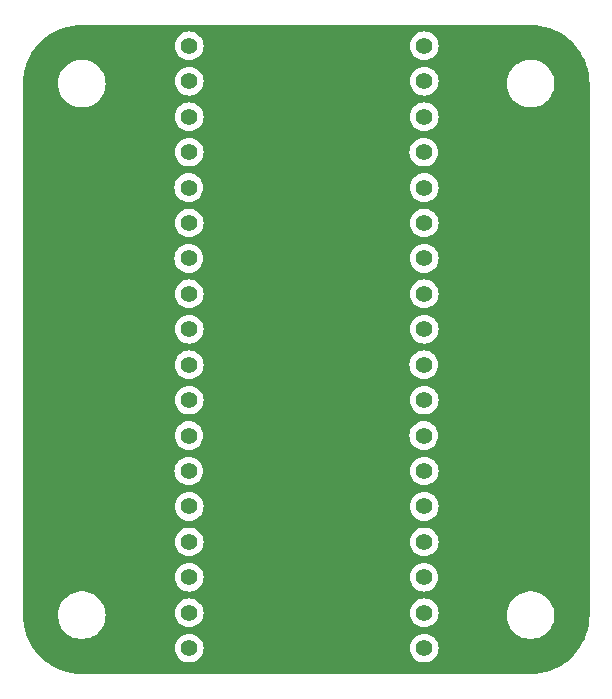
<source format=gbr>
%TF.GenerationSoftware,KiCad,Pcbnew,7.0.2-6a45011f42~172~ubuntu22.04.1*%
%TF.CreationDate,2023-05-08T11:52:49+01:00*%
%TF.ProjectId,bridge,62726964-6765-42e6-9b69-6361645f7063,rev?*%
%TF.SameCoordinates,Original*%
%TF.FileFunction,Copper,L2,Inr*%
%TF.FilePolarity,Positive*%
%FSLAX46Y46*%
G04 Gerber Fmt 4.6, Leading zero omitted, Abs format (unit mm)*
G04 Created by KiCad (PCBNEW 7.0.2-6a45011f42~172~ubuntu22.04.1) date 2023-05-08 11:52:49*
%MOMM*%
%LPD*%
G01*
G04 APERTURE LIST*
%TA.AperFunction,ComponentPad*%
%ADD10C,1.400000*%
%TD*%
G04 APERTURE END LIST*
D10*
%TO.N,Net-(J1-Pad4)*%
%TO.C,TP15*%
X120000000Y-106794974D03*
%TD*%
%TO.N,Net-(J2-Pad1)*%
%TO.C,TP19*%
X100100001Y-64794974D03*
%TD*%
%TO.N,Net-(J1-Pad7)*%
%TO.C,TP12*%
X119950000Y-97794974D03*
%TD*%
%TO.N,Net-(J1-Pad12)*%
%TO.C,TP7*%
X120000000Y-82794974D03*
%TD*%
%TO.N,Net-(J2-Pad13)*%
%TO.C,TP31*%
X100050001Y-100794974D03*
%TD*%
%TO.N,Net-(J1-Pad9)*%
%TO.C,TP10*%
X119950000Y-91794974D03*
%TD*%
%TO.N,Net-(J2-Pad17)*%
%TO.C,TP35*%
X100100001Y-112794974D03*
%TD*%
%TO.N,Net-(J1-Pad8)*%
%TO.C,TP11*%
X120000000Y-94794974D03*
%TD*%
%TO.N,Net-(J2-Pad15)*%
%TO.C,TP33*%
X100100001Y-106794974D03*
%TD*%
%TO.N,Net-(J1-Pad14)*%
%TO.C,TP5*%
X120000000Y-76794974D03*
%TD*%
%TO.N,Net-(J1-Pad6)*%
%TO.C,TP13*%
X120000000Y-100794974D03*
%TD*%
%TO.N,Net-(J2-Pad10)*%
%TO.C,TP28*%
X100100001Y-91794974D03*
%TD*%
%TO.N,Net-(J1-Pad3)*%
%TO.C,TP16*%
X119975000Y-109794974D03*
%TD*%
%TO.N,Net-(J1-Pad18)*%
%TO.C,TP1*%
X120000000Y-64794974D03*
%TD*%
%TO.N,Net-(J2-Pad2)*%
%TO.C,TP20*%
X100100001Y-67794974D03*
%TD*%
%TO.N,Net-(J2-Pad8)*%
%TO.C,TP26*%
X100100001Y-85794974D03*
%TD*%
%TO.N,Net-(J2-Pad7)*%
%TO.C,TP25*%
X100050001Y-82794974D03*
%TD*%
%TO.N,Net-(J1-Pad15)*%
%TO.C,TP4*%
X119950000Y-73794974D03*
%TD*%
%TO.N,Net-(J2-Pad16)*%
%TO.C,TP34*%
X100100001Y-109794974D03*
%TD*%
%TO.N,Net-(J2-Pad12)*%
%TO.C,TP30*%
X100075001Y-97794974D03*
%TD*%
%TO.N,Net-(J1-Pad1)*%
%TO.C,TP18*%
X120000000Y-115794974D03*
%TD*%
%TO.N,Net-(J2-Pad5)*%
%TO.C,TP23*%
X100050001Y-76794974D03*
%TD*%
%TO.N,Net-(J1-Pad11)*%
%TO.C,TP8*%
X120000000Y-85794974D03*
%TD*%
%TO.N,Net-(J1-Pad5)*%
%TO.C,TP14*%
X120000000Y-103794974D03*
%TD*%
%TO.N,Net-(J2-Pad18)*%
%TO.C,TP36*%
X100100001Y-115794974D03*
%TD*%
%TO.N,Net-(J1-Pad17)*%
%TO.C,TP2*%
X120000000Y-67794974D03*
%TD*%
%TO.N,Net-(J1-Pad13)*%
%TO.C,TP6*%
X120000000Y-79794974D03*
%TD*%
%TO.N,Net-(J2-Pad4)*%
%TO.C,TP22*%
X100100001Y-73794974D03*
%TD*%
%TO.N,Net-(J2-Pad14)*%
%TO.C,TP32*%
X100100001Y-103794974D03*
%TD*%
%TO.N,Net-(J2-Pad11)*%
%TO.C,TP29*%
X100100001Y-94794974D03*
%TD*%
%TO.N,Net-(J2-Pad3)*%
%TO.C,TP21*%
X100100001Y-70794974D03*
%TD*%
%TO.N,Net-(J2-Pad6)*%
%TO.C,TP24*%
X100100001Y-79794974D03*
%TD*%
%TO.N,Net-(J2-Pad9)*%
%TO.C,TP27*%
X100100001Y-88794974D03*
%TD*%
%TO.N,Net-(J1-Pad2)*%
%TO.C,TP17*%
X120000000Y-112794974D03*
%TD*%
%TO.N,Net-(J1-Pad10)*%
%TO.C,TP9*%
X120000000Y-88794974D03*
%TD*%
%TO.N,Net-(J1-Pad16)*%
%TO.C,TP3*%
X120000000Y-70794974D03*
%TD*%
%TA.AperFunction,NonConductor*%
G36*
X129002611Y-63010608D02*
G01*
X129406838Y-63027327D01*
X129417187Y-63028184D01*
X129816076Y-63077905D01*
X129826340Y-63079618D01*
X130219758Y-63162109D01*
X130229821Y-63164657D01*
X130615115Y-63279364D01*
X130624939Y-63282737D01*
X130999400Y-63428853D01*
X131008937Y-63433036D01*
X131370052Y-63609574D01*
X131379210Y-63614530D01*
X131724522Y-63820291D01*
X131733233Y-63825982D01*
X131788827Y-63865675D01*
X132060377Y-64059558D01*
X132068595Y-64065955D01*
X132375323Y-64325741D01*
X132382984Y-64332794D01*
X132667205Y-64617015D01*
X132674258Y-64624676D01*
X132934044Y-64931404D01*
X132940441Y-64939622D01*
X133174012Y-65266758D01*
X133179708Y-65275477D01*
X133385469Y-65620789D01*
X133390425Y-65629947D01*
X133566963Y-65991062D01*
X133571146Y-66000599D01*
X133717257Y-66375048D01*
X133720639Y-66384897D01*
X133835338Y-66770162D01*
X133837894Y-66780258D01*
X133920380Y-67173655D01*
X133922094Y-67183927D01*
X133971813Y-67582797D01*
X133972673Y-67593175D01*
X133989391Y-67997388D01*
X133989499Y-68002595D01*
X133989500Y-112996588D01*
X133989500Y-112997404D01*
X133989392Y-113002611D01*
X133972673Y-113406823D01*
X133971813Y-113417201D01*
X133922094Y-113816072D01*
X133920380Y-113826344D01*
X133837894Y-114219741D01*
X133835338Y-114229837D01*
X133720639Y-114615102D01*
X133717257Y-114624951D01*
X133571146Y-114999400D01*
X133566963Y-115008937D01*
X133390425Y-115370052D01*
X133385469Y-115379210D01*
X133179708Y-115724522D01*
X133174012Y-115733241D01*
X132940441Y-116060377D01*
X132934044Y-116068595D01*
X132674258Y-116375323D01*
X132667205Y-116382984D01*
X132382984Y-116667205D01*
X132375323Y-116674258D01*
X132068595Y-116934044D01*
X132060377Y-116940441D01*
X131733241Y-117174012D01*
X131724522Y-117179708D01*
X131379210Y-117385469D01*
X131370052Y-117390425D01*
X131008937Y-117566963D01*
X130999400Y-117571146D01*
X130624951Y-117717257D01*
X130615102Y-117720639D01*
X130229837Y-117835338D01*
X130219741Y-117837894D01*
X129826344Y-117920380D01*
X129816072Y-117922094D01*
X129417201Y-117971813D01*
X129406823Y-117972673D01*
X129002611Y-117989392D01*
X128997404Y-117989500D01*
X91002596Y-117989500D01*
X90997389Y-117989392D01*
X90593176Y-117972673D01*
X90582798Y-117971813D01*
X90183927Y-117922094D01*
X90173655Y-117920380D01*
X89780258Y-117837894D01*
X89770162Y-117835338D01*
X89384897Y-117720639D01*
X89375048Y-117717257D01*
X89000599Y-117571146D01*
X88991062Y-117566963D01*
X88629947Y-117390425D01*
X88620789Y-117385469D01*
X88275477Y-117179708D01*
X88266758Y-117174012D01*
X87939622Y-116940441D01*
X87931404Y-116934044D01*
X87624676Y-116674258D01*
X87617015Y-116667205D01*
X87332794Y-116382984D01*
X87325741Y-116375323D01*
X87065955Y-116068595D01*
X87059558Y-116060377D01*
X86870064Y-115794974D01*
X98886885Y-115794974D01*
X98905315Y-116005629D01*
X98960044Y-116209883D01*
X99049412Y-116401533D01*
X99170702Y-116574753D01*
X99320221Y-116724272D01*
X99493441Y-116845562D01*
X99493442Y-116845562D01*
X99493443Y-116845563D01*
X99685091Y-116934930D01*
X99889346Y-116989660D01*
X100100001Y-117008090D01*
X100310656Y-116989660D01*
X100514911Y-116934930D01*
X100706559Y-116845563D01*
X100879777Y-116724275D01*
X101029302Y-116574750D01*
X101150590Y-116401532D01*
X101239957Y-116209884D01*
X101294687Y-116005629D01*
X101313117Y-115794974D01*
X118786884Y-115794974D01*
X118805314Y-116005629D01*
X118860043Y-116209883D01*
X118949411Y-116401533D01*
X119070701Y-116574753D01*
X119220220Y-116724272D01*
X119393440Y-116845562D01*
X119393441Y-116845562D01*
X119393442Y-116845563D01*
X119585090Y-116934930D01*
X119789345Y-116989660D01*
X120000000Y-117008090D01*
X120210655Y-116989660D01*
X120414910Y-116934930D01*
X120606558Y-116845563D01*
X120779776Y-116724275D01*
X120929301Y-116574750D01*
X121050589Y-116401532D01*
X121139956Y-116209884D01*
X121194686Y-116005629D01*
X121213116Y-115794974D01*
X121194686Y-115584319D01*
X121139956Y-115380064D01*
X121050589Y-115188416D01*
X120929301Y-115015198D01*
X120929300Y-115015197D01*
X120929298Y-115015194D01*
X120779779Y-114865675D01*
X120606559Y-114744385D01*
X120414909Y-114655017D01*
X120210655Y-114600288D01*
X120000000Y-114581858D01*
X119789344Y-114600288D01*
X119585090Y-114655017D01*
X119393440Y-114744385D01*
X119220220Y-114865675D01*
X119070701Y-115015194D01*
X118949411Y-115188414D01*
X118860043Y-115380064D01*
X118805314Y-115584318D01*
X118786884Y-115794974D01*
X101313117Y-115794974D01*
X101294687Y-115584319D01*
X101239957Y-115380064D01*
X101150590Y-115188416D01*
X101029302Y-115015198D01*
X101029301Y-115015197D01*
X101029299Y-115015194D01*
X100879780Y-114865675D01*
X100706560Y-114744385D01*
X100514910Y-114655017D01*
X100310656Y-114600288D01*
X100100001Y-114581858D01*
X99889345Y-114600288D01*
X99685091Y-114655017D01*
X99493441Y-114744385D01*
X99320221Y-114865675D01*
X99170702Y-115015194D01*
X99049412Y-115188414D01*
X98960044Y-115380064D01*
X98905315Y-115584318D01*
X98886885Y-115794974D01*
X86870064Y-115794974D01*
X86825987Y-115733241D01*
X86820291Y-115724522D01*
X86614530Y-115379210D01*
X86609574Y-115370052D01*
X86433036Y-115008937D01*
X86428853Y-114999400D01*
X86376673Y-114865675D01*
X86282737Y-114624939D01*
X86279364Y-114615115D01*
X86164657Y-114229821D01*
X86162109Y-114219758D01*
X86079618Y-113826340D01*
X86077905Y-113816072D01*
X86066462Y-113724272D01*
X86028184Y-113417187D01*
X86027327Y-113406838D01*
X86010608Y-113002611D01*
X86010554Y-113000000D01*
X88984802Y-113000000D01*
X88985096Y-113004298D01*
X88998977Y-113207236D01*
X89003572Y-113274403D01*
X89004446Y-113278613D01*
X89004447Y-113278614D01*
X89029990Y-113401532D01*
X89059531Y-113543694D01*
X89060967Y-113547736D01*
X89060969Y-113547741D01*
X89150198Y-113798807D01*
X89150201Y-113798814D01*
X89151638Y-113802857D01*
X89153612Y-113806668D01*
X89153614Y-113806671D01*
X89276193Y-114043239D01*
X89276196Y-114043244D01*
X89278176Y-114047065D01*
X89280661Y-114050585D01*
X89280662Y-114050587D01*
X89434304Y-114268249D01*
X89434309Y-114268255D01*
X89436788Y-114271767D01*
X89624520Y-114472779D01*
X89837875Y-114646356D01*
X90072878Y-114789265D01*
X90076817Y-114790976D01*
X90076821Y-114790978D01*
X90119954Y-114809713D01*
X90325151Y-114898842D01*
X90329291Y-114900002D01*
X90329294Y-114900003D01*
X90518620Y-114953049D01*
X90589996Y-114973048D01*
X90862478Y-115010500D01*
X90866783Y-115010500D01*
X91133217Y-115010500D01*
X91137522Y-115010500D01*
X91410004Y-114973048D01*
X91674849Y-114898842D01*
X91927122Y-114789265D01*
X92162125Y-114646356D01*
X92375480Y-114472779D01*
X92563212Y-114271767D01*
X92721824Y-114047065D01*
X92848362Y-113802857D01*
X92940469Y-113543694D01*
X92996428Y-113274403D01*
X93015198Y-113000000D01*
X93001174Y-112794973D01*
X98886885Y-112794973D01*
X98905315Y-113005629D01*
X98960044Y-113209883D01*
X99049412Y-113401533D01*
X99170702Y-113574753D01*
X99320221Y-113724272D01*
X99493441Y-113845562D01*
X99493442Y-113845562D01*
X99493443Y-113845563D01*
X99685091Y-113934930D01*
X99889346Y-113989660D01*
X100100001Y-114008090D01*
X100310656Y-113989660D01*
X100514911Y-113934930D01*
X100706559Y-113845563D01*
X100879777Y-113724275D01*
X101029302Y-113574750D01*
X101150590Y-113401532D01*
X101239957Y-113209884D01*
X101294687Y-113005629D01*
X101313117Y-112794974D01*
X118786884Y-112794974D01*
X118805314Y-113005629D01*
X118860043Y-113209883D01*
X118949411Y-113401533D01*
X119070701Y-113574753D01*
X119220220Y-113724272D01*
X119393440Y-113845562D01*
X119393441Y-113845562D01*
X119393442Y-113845563D01*
X119585090Y-113934930D01*
X119789345Y-113989660D01*
X120000000Y-114008090D01*
X120210655Y-113989660D01*
X120414910Y-113934930D01*
X120606558Y-113845563D01*
X120779776Y-113724275D01*
X120929301Y-113574750D01*
X121050589Y-113401532D01*
X121139956Y-113209884D01*
X121194686Y-113005629D01*
X121195178Y-113000000D01*
X126984802Y-113000000D01*
X126985096Y-113004298D01*
X126998977Y-113207236D01*
X127003572Y-113274403D01*
X127004446Y-113278613D01*
X127004447Y-113278614D01*
X127029990Y-113401532D01*
X127059531Y-113543694D01*
X127060967Y-113547736D01*
X127060969Y-113547741D01*
X127150198Y-113798807D01*
X127150201Y-113798814D01*
X127151638Y-113802857D01*
X127153612Y-113806668D01*
X127153614Y-113806671D01*
X127276193Y-114043239D01*
X127276196Y-114043244D01*
X127278176Y-114047065D01*
X127280661Y-114050585D01*
X127280662Y-114050587D01*
X127434304Y-114268249D01*
X127434309Y-114268255D01*
X127436788Y-114271767D01*
X127624520Y-114472779D01*
X127837875Y-114646356D01*
X128072878Y-114789265D01*
X128076817Y-114790976D01*
X128076821Y-114790978D01*
X128119954Y-114809713D01*
X128325151Y-114898842D01*
X128329291Y-114900002D01*
X128329294Y-114900003D01*
X128518620Y-114953049D01*
X128589996Y-114973048D01*
X128862478Y-115010500D01*
X128866783Y-115010500D01*
X129133217Y-115010500D01*
X129137522Y-115010500D01*
X129410004Y-114973048D01*
X129674849Y-114898842D01*
X129927122Y-114789265D01*
X130162125Y-114646356D01*
X130375480Y-114472779D01*
X130563212Y-114271767D01*
X130721824Y-114047065D01*
X130848362Y-113802857D01*
X130940469Y-113543694D01*
X130996428Y-113274403D01*
X131015198Y-113000000D01*
X130996428Y-112725597D01*
X130940469Y-112456306D01*
X130848362Y-112197143D01*
X130721824Y-111952935D01*
X130660228Y-111865673D01*
X130565695Y-111731750D01*
X130565691Y-111731746D01*
X130563212Y-111728233D01*
X130375480Y-111527221D01*
X130162125Y-111353644D01*
X129927122Y-111210735D01*
X129923188Y-111209026D01*
X129923178Y-111209021D01*
X129678796Y-111102872D01*
X129678790Y-111102870D01*
X129674849Y-111101158D01*
X129670717Y-111100000D01*
X129670705Y-111099996D01*
X129414150Y-111028113D01*
X129414140Y-111028111D01*
X129410004Y-111026952D01*
X129405743Y-111026366D01*
X129405732Y-111026364D01*
X129141790Y-110990086D01*
X129141780Y-110990085D01*
X129137522Y-110989500D01*
X128862478Y-110989500D01*
X128858220Y-110990085D01*
X128858209Y-110990086D01*
X128594267Y-111026364D01*
X128594253Y-111026366D01*
X128589996Y-111026952D01*
X128585861Y-111028110D01*
X128585849Y-111028113D01*
X128329294Y-111099996D01*
X128329278Y-111100001D01*
X128325151Y-111101158D01*
X128321213Y-111102868D01*
X128321203Y-111102872D01*
X128076821Y-111209021D01*
X128076805Y-111209029D01*
X128072878Y-111210735D01*
X128069211Y-111212964D01*
X128069205Y-111212968D01*
X127841548Y-111351410D01*
X127841543Y-111351412D01*
X127837875Y-111353644D01*
X127834548Y-111356350D01*
X127834539Y-111356357D01*
X127627856Y-111524506D01*
X127627847Y-111524513D01*
X127624520Y-111527221D01*
X127621588Y-111530359D01*
X127621583Y-111530365D01*
X127439727Y-111725085D01*
X127439720Y-111725093D01*
X127436788Y-111728233D01*
X127434314Y-111731736D01*
X127434304Y-111731750D01*
X127280662Y-111949412D01*
X127280656Y-111949420D01*
X127278176Y-111952935D01*
X127276200Y-111956748D01*
X127276193Y-111956760D01*
X127153614Y-112193328D01*
X127153610Y-112193337D01*
X127151638Y-112197143D01*
X127150203Y-112201179D01*
X127150198Y-112201192D01*
X127060969Y-112452258D01*
X127060966Y-112452266D01*
X127059531Y-112456306D01*
X127058657Y-112460508D01*
X127058657Y-112460511D01*
X127005387Y-112716865D01*
X127003572Y-112725597D01*
X126984802Y-113000000D01*
X121195178Y-113000000D01*
X121213116Y-112794974D01*
X121194686Y-112584319D01*
X121139956Y-112380064D01*
X121050589Y-112188416D01*
X121040167Y-112173532D01*
X120929298Y-112015194D01*
X120779779Y-111865675D01*
X120606559Y-111744385D01*
X120414909Y-111655017D01*
X120210655Y-111600288D01*
X120000000Y-111581858D01*
X119789344Y-111600288D01*
X119585090Y-111655017D01*
X119393440Y-111744385D01*
X119220220Y-111865675D01*
X119070701Y-112015194D01*
X118949411Y-112188414D01*
X118860043Y-112380064D01*
X118805314Y-112584318D01*
X118786884Y-112794974D01*
X101313117Y-112794974D01*
X101294687Y-112584319D01*
X101239957Y-112380064D01*
X101150590Y-112188416D01*
X101140168Y-112173532D01*
X101029299Y-112015194D01*
X100879780Y-111865675D01*
X100706560Y-111744385D01*
X100514910Y-111655017D01*
X100310656Y-111600288D01*
X100100001Y-111581858D01*
X99889345Y-111600288D01*
X99685091Y-111655017D01*
X99493441Y-111744385D01*
X99320221Y-111865675D01*
X99170702Y-112015194D01*
X99049412Y-112188414D01*
X98960044Y-112380064D01*
X98905315Y-112584318D01*
X98886885Y-112794973D01*
X93001174Y-112794973D01*
X92996428Y-112725597D01*
X92940469Y-112456306D01*
X92848362Y-112197143D01*
X92721824Y-111952935D01*
X92660228Y-111865673D01*
X92565695Y-111731750D01*
X92565691Y-111731746D01*
X92563212Y-111728233D01*
X92375480Y-111527221D01*
X92162125Y-111353644D01*
X91927122Y-111210735D01*
X91923188Y-111209026D01*
X91923178Y-111209021D01*
X91678796Y-111102872D01*
X91678790Y-111102870D01*
X91674849Y-111101158D01*
X91670717Y-111100000D01*
X91670705Y-111099996D01*
X91414150Y-111028113D01*
X91414140Y-111028111D01*
X91410004Y-111026952D01*
X91405743Y-111026366D01*
X91405732Y-111026364D01*
X91141790Y-110990086D01*
X91141780Y-110990085D01*
X91137522Y-110989500D01*
X90862478Y-110989500D01*
X90858220Y-110990085D01*
X90858209Y-110990086D01*
X90594267Y-111026364D01*
X90594253Y-111026366D01*
X90589996Y-111026952D01*
X90585861Y-111028110D01*
X90585849Y-111028113D01*
X90329294Y-111099996D01*
X90329278Y-111100001D01*
X90325151Y-111101158D01*
X90321213Y-111102868D01*
X90321203Y-111102872D01*
X90076821Y-111209021D01*
X90076805Y-111209029D01*
X90072878Y-111210735D01*
X90069211Y-111212964D01*
X90069205Y-111212968D01*
X89841548Y-111351410D01*
X89841543Y-111351412D01*
X89837875Y-111353644D01*
X89834548Y-111356350D01*
X89834539Y-111356357D01*
X89627856Y-111524506D01*
X89627847Y-111524513D01*
X89624520Y-111527221D01*
X89621588Y-111530359D01*
X89621583Y-111530365D01*
X89439727Y-111725085D01*
X89439720Y-111725093D01*
X89436788Y-111728233D01*
X89434314Y-111731736D01*
X89434304Y-111731750D01*
X89280662Y-111949412D01*
X89280656Y-111949420D01*
X89278176Y-111952935D01*
X89276200Y-111956748D01*
X89276193Y-111956760D01*
X89153614Y-112193328D01*
X89153610Y-112193337D01*
X89151638Y-112197143D01*
X89150203Y-112201179D01*
X89150198Y-112201192D01*
X89060969Y-112452258D01*
X89060966Y-112452266D01*
X89059531Y-112456306D01*
X89058657Y-112460508D01*
X89058657Y-112460511D01*
X89005387Y-112716865D01*
X89003572Y-112725597D01*
X88984802Y-113000000D01*
X86010554Y-113000000D01*
X86010500Y-112997404D01*
X86010500Y-109794973D01*
X98886885Y-109794973D01*
X98905315Y-110005629D01*
X98960044Y-110209883D01*
X99049412Y-110401533D01*
X99170702Y-110574753D01*
X99320221Y-110724272D01*
X99493441Y-110845562D01*
X99493442Y-110845562D01*
X99493443Y-110845563D01*
X99685091Y-110934930D01*
X99889346Y-110989660D01*
X100100001Y-111008090D01*
X100310656Y-110989660D01*
X100514911Y-110934930D01*
X100706559Y-110845563D01*
X100879777Y-110724275D01*
X101029302Y-110574750D01*
X101150590Y-110401532D01*
X101239957Y-110209884D01*
X101294687Y-110005629D01*
X101313117Y-109794974D01*
X118761884Y-109794974D01*
X118780314Y-110005629D01*
X118835043Y-110209883D01*
X118924411Y-110401533D01*
X119045701Y-110574753D01*
X119195220Y-110724272D01*
X119368440Y-110845562D01*
X119368441Y-110845562D01*
X119368442Y-110845563D01*
X119560090Y-110934930D01*
X119764345Y-110989660D01*
X119975000Y-111008090D01*
X120185655Y-110989660D01*
X120389910Y-110934930D01*
X120581558Y-110845563D01*
X120754776Y-110724275D01*
X120904301Y-110574750D01*
X121025589Y-110401532D01*
X121114956Y-110209884D01*
X121169686Y-110005629D01*
X121188116Y-109794974D01*
X121169686Y-109584319D01*
X121114956Y-109380064D01*
X121025589Y-109188416D01*
X120904301Y-109015198D01*
X120904300Y-109015197D01*
X120904298Y-109015194D01*
X120754779Y-108865675D01*
X120581559Y-108744385D01*
X120389909Y-108655017D01*
X120185655Y-108600288D01*
X119975000Y-108581858D01*
X119764344Y-108600288D01*
X119560090Y-108655017D01*
X119368440Y-108744385D01*
X119195220Y-108865675D01*
X119045701Y-109015194D01*
X118924411Y-109188414D01*
X118835043Y-109380064D01*
X118780314Y-109584318D01*
X118761884Y-109794974D01*
X101313117Y-109794974D01*
X101294687Y-109584319D01*
X101239957Y-109380064D01*
X101150590Y-109188416D01*
X101029302Y-109015198D01*
X101029301Y-109015197D01*
X101029299Y-109015194D01*
X100879780Y-108865675D01*
X100706560Y-108744385D01*
X100514910Y-108655017D01*
X100310656Y-108600288D01*
X100100001Y-108581858D01*
X99889345Y-108600288D01*
X99685091Y-108655017D01*
X99493441Y-108744385D01*
X99320221Y-108865675D01*
X99170702Y-109015194D01*
X99049412Y-109188414D01*
X98960044Y-109380064D01*
X98905315Y-109584318D01*
X98886885Y-109794973D01*
X86010500Y-109794973D01*
X86010500Y-106794973D01*
X98886885Y-106794973D01*
X98905315Y-107005629D01*
X98960044Y-107209883D01*
X99049412Y-107401533D01*
X99170702Y-107574753D01*
X99320221Y-107724272D01*
X99493441Y-107845562D01*
X99493442Y-107845562D01*
X99493443Y-107845563D01*
X99685091Y-107934930D01*
X99889346Y-107989660D01*
X100100001Y-108008090D01*
X100310656Y-107989660D01*
X100514911Y-107934930D01*
X100706559Y-107845563D01*
X100879777Y-107724275D01*
X101029302Y-107574750D01*
X101150590Y-107401532D01*
X101239957Y-107209884D01*
X101294687Y-107005629D01*
X101313117Y-106794974D01*
X101313117Y-106794973D01*
X118786884Y-106794973D01*
X118805314Y-107005629D01*
X118860043Y-107209883D01*
X118949411Y-107401533D01*
X119070701Y-107574753D01*
X119220220Y-107724272D01*
X119393440Y-107845562D01*
X119393441Y-107845562D01*
X119393442Y-107845563D01*
X119585090Y-107934930D01*
X119789345Y-107989660D01*
X120000000Y-108008090D01*
X120210655Y-107989660D01*
X120414910Y-107934930D01*
X120606558Y-107845563D01*
X120779776Y-107724275D01*
X120929301Y-107574750D01*
X121050589Y-107401532D01*
X121139956Y-107209884D01*
X121194686Y-107005629D01*
X121213116Y-106794974D01*
X121194686Y-106584319D01*
X121139956Y-106380064D01*
X121050589Y-106188416D01*
X120929301Y-106015198D01*
X120929300Y-106015197D01*
X120929298Y-106015194D01*
X120779779Y-105865675D01*
X120606559Y-105744385D01*
X120414909Y-105655017D01*
X120210655Y-105600288D01*
X120000000Y-105581858D01*
X119789344Y-105600288D01*
X119585090Y-105655017D01*
X119393440Y-105744385D01*
X119220220Y-105865675D01*
X119070701Y-106015194D01*
X118949411Y-106188414D01*
X118860043Y-106380064D01*
X118805314Y-106584318D01*
X118786884Y-106794973D01*
X101313117Y-106794973D01*
X101294687Y-106584319D01*
X101239957Y-106380064D01*
X101150590Y-106188416D01*
X101029302Y-106015198D01*
X101029301Y-106015197D01*
X101029299Y-106015194D01*
X100879780Y-105865675D01*
X100706560Y-105744385D01*
X100514910Y-105655017D01*
X100310656Y-105600288D01*
X100100001Y-105581858D01*
X99889345Y-105600288D01*
X99685091Y-105655017D01*
X99493441Y-105744385D01*
X99320221Y-105865675D01*
X99170702Y-106015194D01*
X99049412Y-106188414D01*
X98960044Y-106380064D01*
X98905315Y-106584318D01*
X98886885Y-106794973D01*
X86010500Y-106794973D01*
X86010500Y-103794974D01*
X98886885Y-103794974D01*
X98905315Y-104005629D01*
X98960044Y-104209883D01*
X99049412Y-104401533D01*
X99170702Y-104574753D01*
X99320221Y-104724272D01*
X99493441Y-104845562D01*
X99493442Y-104845562D01*
X99493443Y-104845563D01*
X99685091Y-104934930D01*
X99889346Y-104989660D01*
X100100001Y-105008090D01*
X100310656Y-104989660D01*
X100514911Y-104934930D01*
X100706559Y-104845563D01*
X100879777Y-104724275D01*
X101029302Y-104574750D01*
X101150590Y-104401532D01*
X101239957Y-104209884D01*
X101294687Y-104005629D01*
X101313117Y-103794974D01*
X118786884Y-103794974D01*
X118805314Y-104005629D01*
X118860043Y-104209883D01*
X118949411Y-104401533D01*
X119070701Y-104574753D01*
X119220220Y-104724272D01*
X119393440Y-104845562D01*
X119393441Y-104845562D01*
X119393442Y-104845563D01*
X119585090Y-104934930D01*
X119789345Y-104989660D01*
X120000000Y-105008090D01*
X120210655Y-104989660D01*
X120414910Y-104934930D01*
X120606558Y-104845563D01*
X120779776Y-104724275D01*
X120929301Y-104574750D01*
X121050589Y-104401532D01*
X121139956Y-104209884D01*
X121194686Y-104005629D01*
X121213116Y-103794974D01*
X121194686Y-103584319D01*
X121139956Y-103380064D01*
X121050589Y-103188416D01*
X120929301Y-103015198D01*
X120929300Y-103015197D01*
X120929298Y-103015194D01*
X120779779Y-102865675D01*
X120606559Y-102744385D01*
X120414909Y-102655017D01*
X120210655Y-102600288D01*
X120000000Y-102581858D01*
X119789344Y-102600288D01*
X119585090Y-102655017D01*
X119393440Y-102744385D01*
X119220220Y-102865675D01*
X119070701Y-103015194D01*
X118949411Y-103188414D01*
X118860043Y-103380064D01*
X118805314Y-103584318D01*
X118786884Y-103794974D01*
X101313117Y-103794974D01*
X101294687Y-103584319D01*
X101239957Y-103380064D01*
X101150590Y-103188416D01*
X101029302Y-103015198D01*
X101029301Y-103015197D01*
X101029299Y-103015194D01*
X100879780Y-102865675D01*
X100706560Y-102744385D01*
X100514910Y-102655017D01*
X100310656Y-102600288D01*
X100100001Y-102581858D01*
X99889345Y-102600288D01*
X99685091Y-102655017D01*
X99493441Y-102744385D01*
X99320221Y-102865675D01*
X99170702Y-103015194D01*
X99049412Y-103188414D01*
X98960044Y-103380064D01*
X98905315Y-103584318D01*
X98886885Y-103794974D01*
X86010500Y-103794974D01*
X86010500Y-100794974D01*
X98836885Y-100794974D01*
X98855315Y-101005629D01*
X98910044Y-101209883D01*
X98999412Y-101401533D01*
X99120702Y-101574753D01*
X99270221Y-101724272D01*
X99443441Y-101845562D01*
X99443442Y-101845562D01*
X99443443Y-101845563D01*
X99635091Y-101934930D01*
X99839346Y-101989660D01*
X100050001Y-102008090D01*
X100260656Y-101989660D01*
X100464911Y-101934930D01*
X100656559Y-101845563D01*
X100829777Y-101724275D01*
X100979302Y-101574750D01*
X101100590Y-101401532D01*
X101189957Y-101209884D01*
X101244687Y-101005629D01*
X101263117Y-100794974D01*
X118786884Y-100794974D01*
X118805314Y-101005629D01*
X118860043Y-101209883D01*
X118949411Y-101401533D01*
X119070701Y-101574753D01*
X119220220Y-101724272D01*
X119393440Y-101845562D01*
X119393441Y-101845562D01*
X119393442Y-101845563D01*
X119585090Y-101934930D01*
X119789345Y-101989660D01*
X120000000Y-102008090D01*
X120210655Y-101989660D01*
X120414910Y-101934930D01*
X120606558Y-101845563D01*
X120779776Y-101724275D01*
X120929301Y-101574750D01*
X121050589Y-101401532D01*
X121139956Y-101209884D01*
X121194686Y-101005629D01*
X121213116Y-100794974D01*
X121194686Y-100584319D01*
X121139956Y-100380064D01*
X121050589Y-100188416D01*
X120929301Y-100015198D01*
X120929300Y-100015197D01*
X120929298Y-100015194D01*
X120779779Y-99865675D01*
X120606559Y-99744385D01*
X120414909Y-99655017D01*
X120210655Y-99600288D01*
X120000000Y-99581858D01*
X119789344Y-99600288D01*
X119585090Y-99655017D01*
X119393440Y-99744385D01*
X119220220Y-99865675D01*
X119070701Y-100015194D01*
X118949411Y-100188414D01*
X118860043Y-100380064D01*
X118805314Y-100584318D01*
X118786884Y-100794974D01*
X101263117Y-100794974D01*
X101244687Y-100584319D01*
X101189957Y-100380064D01*
X101100590Y-100188416D01*
X100979302Y-100015198D01*
X100979301Y-100015197D01*
X100979299Y-100015194D01*
X100829780Y-99865675D01*
X100656560Y-99744385D01*
X100464910Y-99655017D01*
X100260656Y-99600288D01*
X100050001Y-99581858D01*
X100050000Y-99581858D01*
X99839345Y-99600288D01*
X99635091Y-99655017D01*
X99443441Y-99744385D01*
X99270221Y-99865675D01*
X99120702Y-100015194D01*
X98999412Y-100188414D01*
X98910044Y-100380064D01*
X98855315Y-100584318D01*
X98836885Y-100794974D01*
X86010500Y-100794974D01*
X86010500Y-97794973D01*
X98861885Y-97794973D01*
X98880315Y-98005629D01*
X98935044Y-98209883D01*
X99024412Y-98401533D01*
X99145702Y-98574753D01*
X99295221Y-98724272D01*
X99468441Y-98845562D01*
X99468442Y-98845562D01*
X99468443Y-98845563D01*
X99660091Y-98934930D01*
X99864346Y-98989660D01*
X100075001Y-99008090D01*
X100285656Y-98989660D01*
X100489911Y-98934930D01*
X100681559Y-98845563D01*
X100854777Y-98724275D01*
X101004302Y-98574750D01*
X101125590Y-98401532D01*
X101214957Y-98209884D01*
X101269687Y-98005629D01*
X101288117Y-97794974D01*
X101288117Y-97794973D01*
X118736884Y-97794973D01*
X118755314Y-98005629D01*
X118810043Y-98209883D01*
X118899411Y-98401533D01*
X119020701Y-98574753D01*
X119170220Y-98724272D01*
X119343440Y-98845562D01*
X119343441Y-98845562D01*
X119343442Y-98845563D01*
X119535090Y-98934930D01*
X119739345Y-98989660D01*
X119950000Y-99008090D01*
X120160655Y-98989660D01*
X120364910Y-98934930D01*
X120556558Y-98845563D01*
X120729776Y-98724275D01*
X120879301Y-98574750D01*
X121000589Y-98401532D01*
X121089956Y-98209884D01*
X121144686Y-98005629D01*
X121163116Y-97794974D01*
X121144686Y-97584319D01*
X121089956Y-97380064D01*
X121000589Y-97188416D01*
X120879301Y-97015198D01*
X120879300Y-97015197D01*
X120879298Y-97015194D01*
X120729779Y-96865675D01*
X120556559Y-96744385D01*
X120364909Y-96655017D01*
X120160655Y-96600288D01*
X119950000Y-96581858D01*
X119949999Y-96581858D01*
X119739344Y-96600288D01*
X119535090Y-96655017D01*
X119343440Y-96744385D01*
X119170220Y-96865675D01*
X119020701Y-97015194D01*
X118899411Y-97188414D01*
X118810043Y-97380064D01*
X118755314Y-97584318D01*
X118736884Y-97794973D01*
X101288117Y-97794973D01*
X101269687Y-97584319D01*
X101214957Y-97380064D01*
X101125590Y-97188416D01*
X101004302Y-97015198D01*
X101004301Y-97015197D01*
X101004299Y-97015194D01*
X100854780Y-96865675D01*
X100681560Y-96744385D01*
X100489910Y-96655017D01*
X100285656Y-96600288D01*
X100075001Y-96581858D01*
X99864345Y-96600288D01*
X99660091Y-96655017D01*
X99468441Y-96744385D01*
X99295221Y-96865675D01*
X99145702Y-97015194D01*
X99024412Y-97188414D01*
X98935044Y-97380064D01*
X98880315Y-97584318D01*
X98861885Y-97794973D01*
X86010500Y-97794973D01*
X86010500Y-94794974D01*
X98886885Y-94794974D01*
X98905315Y-95005629D01*
X98960044Y-95209883D01*
X99049412Y-95401533D01*
X99170702Y-95574753D01*
X99320221Y-95724272D01*
X99493441Y-95845562D01*
X99493442Y-95845562D01*
X99493443Y-95845563D01*
X99685091Y-95934930D01*
X99889346Y-95989660D01*
X100100001Y-96008090D01*
X100310656Y-95989660D01*
X100514911Y-95934930D01*
X100706559Y-95845563D01*
X100879777Y-95724275D01*
X101029302Y-95574750D01*
X101150590Y-95401532D01*
X101239957Y-95209884D01*
X101294687Y-95005629D01*
X101313117Y-94794974D01*
X118786884Y-94794974D01*
X118805314Y-95005629D01*
X118860043Y-95209883D01*
X118949411Y-95401533D01*
X119070701Y-95574753D01*
X119220220Y-95724272D01*
X119393440Y-95845562D01*
X119393441Y-95845562D01*
X119393442Y-95845563D01*
X119585090Y-95934930D01*
X119789345Y-95989660D01*
X120000000Y-96008090D01*
X120210655Y-95989660D01*
X120414910Y-95934930D01*
X120606558Y-95845563D01*
X120779776Y-95724275D01*
X120929301Y-95574750D01*
X121050589Y-95401532D01*
X121139956Y-95209884D01*
X121194686Y-95005629D01*
X121213116Y-94794974D01*
X121194686Y-94584319D01*
X121139956Y-94380064D01*
X121050589Y-94188416D01*
X120929301Y-94015198D01*
X120929300Y-94015197D01*
X120929298Y-94015194D01*
X120779779Y-93865675D01*
X120606559Y-93744385D01*
X120414909Y-93655017D01*
X120210655Y-93600288D01*
X120000000Y-93581858D01*
X119789344Y-93600288D01*
X119585090Y-93655017D01*
X119393440Y-93744385D01*
X119220220Y-93865675D01*
X119070701Y-94015194D01*
X118949411Y-94188414D01*
X118860043Y-94380064D01*
X118805314Y-94584318D01*
X118786884Y-94794974D01*
X101313117Y-94794974D01*
X101294687Y-94584319D01*
X101239957Y-94380064D01*
X101150590Y-94188416D01*
X101029302Y-94015198D01*
X101029301Y-94015197D01*
X101029299Y-94015194D01*
X100879780Y-93865675D01*
X100706560Y-93744385D01*
X100514910Y-93655017D01*
X100310656Y-93600288D01*
X100100001Y-93581858D01*
X99889345Y-93600288D01*
X99685091Y-93655017D01*
X99493441Y-93744385D01*
X99320221Y-93865675D01*
X99170702Y-94015194D01*
X99049412Y-94188414D01*
X98960044Y-94380064D01*
X98905315Y-94584318D01*
X98886885Y-94794974D01*
X86010500Y-94794974D01*
X86010500Y-91794974D01*
X98886885Y-91794974D01*
X98905315Y-92005629D01*
X98960044Y-92209883D01*
X99049412Y-92401533D01*
X99170702Y-92574753D01*
X99320221Y-92724272D01*
X99493441Y-92845562D01*
X99493442Y-92845562D01*
X99493443Y-92845563D01*
X99685091Y-92934930D01*
X99889346Y-92989660D01*
X100100001Y-93008090D01*
X100310656Y-92989660D01*
X100514911Y-92934930D01*
X100706559Y-92845563D01*
X100879777Y-92724275D01*
X101029302Y-92574750D01*
X101150590Y-92401532D01*
X101239957Y-92209884D01*
X101294687Y-92005629D01*
X101313117Y-91794974D01*
X118736884Y-91794974D01*
X118755314Y-92005629D01*
X118810043Y-92209883D01*
X118899411Y-92401533D01*
X119020701Y-92574753D01*
X119170220Y-92724272D01*
X119343440Y-92845562D01*
X119343441Y-92845562D01*
X119343442Y-92845563D01*
X119535090Y-92934930D01*
X119739345Y-92989660D01*
X119950000Y-93008090D01*
X120160655Y-92989660D01*
X120364910Y-92934930D01*
X120556558Y-92845563D01*
X120729776Y-92724275D01*
X120879301Y-92574750D01*
X121000589Y-92401532D01*
X121089956Y-92209884D01*
X121144686Y-92005629D01*
X121163116Y-91794974D01*
X121144686Y-91584319D01*
X121089956Y-91380064D01*
X121000589Y-91188416D01*
X120879301Y-91015198D01*
X120879300Y-91015197D01*
X120879298Y-91015194D01*
X120729779Y-90865675D01*
X120556559Y-90744385D01*
X120364909Y-90655017D01*
X120160655Y-90600288D01*
X119950000Y-90581858D01*
X119739344Y-90600288D01*
X119535090Y-90655017D01*
X119343440Y-90744385D01*
X119170220Y-90865675D01*
X119020701Y-91015194D01*
X118899411Y-91188414D01*
X118810043Y-91380064D01*
X118755314Y-91584318D01*
X118736884Y-91794974D01*
X101313117Y-91794974D01*
X101294687Y-91584319D01*
X101239957Y-91380064D01*
X101150590Y-91188416D01*
X101029302Y-91015198D01*
X101029301Y-91015197D01*
X101029299Y-91015194D01*
X100879780Y-90865675D01*
X100706560Y-90744385D01*
X100514910Y-90655017D01*
X100310656Y-90600288D01*
X100100001Y-90581858D01*
X100100000Y-90581858D01*
X99889345Y-90600288D01*
X99685091Y-90655017D01*
X99493441Y-90744385D01*
X99320221Y-90865675D01*
X99170702Y-91015194D01*
X99049412Y-91188414D01*
X98960044Y-91380064D01*
X98905315Y-91584318D01*
X98886885Y-91794974D01*
X86010500Y-91794974D01*
X86010500Y-88794973D01*
X98886885Y-88794973D01*
X98905315Y-89005629D01*
X98960044Y-89209883D01*
X99049412Y-89401533D01*
X99170702Y-89574753D01*
X99320221Y-89724272D01*
X99493441Y-89845562D01*
X99493442Y-89845562D01*
X99493443Y-89845563D01*
X99685091Y-89934930D01*
X99889346Y-89989660D01*
X100100001Y-90008090D01*
X100310656Y-89989660D01*
X100514911Y-89934930D01*
X100706559Y-89845563D01*
X100879777Y-89724275D01*
X101029302Y-89574750D01*
X101150590Y-89401532D01*
X101239957Y-89209884D01*
X101294687Y-89005629D01*
X101313117Y-88794974D01*
X118786884Y-88794974D01*
X118805314Y-89005629D01*
X118860043Y-89209883D01*
X118949411Y-89401533D01*
X119070701Y-89574753D01*
X119220220Y-89724272D01*
X119393440Y-89845562D01*
X119393441Y-89845562D01*
X119393442Y-89845563D01*
X119585090Y-89934930D01*
X119789345Y-89989660D01*
X120000000Y-90008090D01*
X120210655Y-89989660D01*
X120414910Y-89934930D01*
X120606558Y-89845563D01*
X120779776Y-89724275D01*
X120929301Y-89574750D01*
X121050589Y-89401532D01*
X121139956Y-89209884D01*
X121194686Y-89005629D01*
X121213116Y-88794974D01*
X121194686Y-88584319D01*
X121139956Y-88380064D01*
X121050589Y-88188416D01*
X120929301Y-88015198D01*
X120929300Y-88015197D01*
X120929298Y-88015194D01*
X120779779Y-87865675D01*
X120606559Y-87744385D01*
X120414909Y-87655017D01*
X120210655Y-87600288D01*
X120000000Y-87581858D01*
X119789344Y-87600288D01*
X119585090Y-87655017D01*
X119393440Y-87744385D01*
X119220220Y-87865675D01*
X119070701Y-88015194D01*
X118949411Y-88188414D01*
X118860043Y-88380064D01*
X118805314Y-88584318D01*
X118786884Y-88794974D01*
X101313117Y-88794974D01*
X101294687Y-88584319D01*
X101239957Y-88380064D01*
X101150590Y-88188416D01*
X101029302Y-88015198D01*
X101029301Y-88015197D01*
X101029299Y-88015194D01*
X100879780Y-87865675D01*
X100706560Y-87744385D01*
X100514910Y-87655017D01*
X100310656Y-87600288D01*
X100100001Y-87581858D01*
X99889345Y-87600288D01*
X99685091Y-87655017D01*
X99493441Y-87744385D01*
X99320221Y-87865675D01*
X99170702Y-88015194D01*
X99049412Y-88188414D01*
X98960044Y-88380064D01*
X98905315Y-88584318D01*
X98886885Y-88794973D01*
X86010500Y-88794973D01*
X86010500Y-85794973D01*
X98886885Y-85794973D01*
X98905315Y-86005629D01*
X98960044Y-86209883D01*
X99049412Y-86401533D01*
X99170702Y-86574753D01*
X99320221Y-86724272D01*
X99493441Y-86845562D01*
X99493442Y-86845562D01*
X99493443Y-86845563D01*
X99685091Y-86934930D01*
X99889346Y-86989660D01*
X100100001Y-87008090D01*
X100310656Y-86989660D01*
X100514911Y-86934930D01*
X100706559Y-86845563D01*
X100879777Y-86724275D01*
X101029302Y-86574750D01*
X101150590Y-86401532D01*
X101239957Y-86209884D01*
X101294687Y-86005629D01*
X101313117Y-85794974D01*
X101313117Y-85794973D01*
X118786884Y-85794973D01*
X118805314Y-86005629D01*
X118860043Y-86209883D01*
X118949411Y-86401533D01*
X119070701Y-86574753D01*
X119220220Y-86724272D01*
X119393440Y-86845562D01*
X119393441Y-86845562D01*
X119393442Y-86845563D01*
X119585090Y-86934930D01*
X119789345Y-86989660D01*
X120000000Y-87008090D01*
X120210655Y-86989660D01*
X120414910Y-86934930D01*
X120606558Y-86845563D01*
X120779776Y-86724275D01*
X120929301Y-86574750D01*
X121050589Y-86401532D01*
X121139956Y-86209884D01*
X121194686Y-86005629D01*
X121213116Y-85794974D01*
X121194686Y-85584319D01*
X121139956Y-85380064D01*
X121050589Y-85188416D01*
X120929301Y-85015198D01*
X120929300Y-85015197D01*
X120929298Y-85015194D01*
X120779779Y-84865675D01*
X120606559Y-84744385D01*
X120414909Y-84655017D01*
X120210655Y-84600288D01*
X120210654Y-84600288D01*
X120000000Y-84581858D01*
X119999999Y-84581858D01*
X119789344Y-84600288D01*
X119585090Y-84655017D01*
X119393440Y-84744385D01*
X119220220Y-84865675D01*
X119070701Y-85015194D01*
X118949411Y-85188414D01*
X118860043Y-85380064D01*
X118805314Y-85584318D01*
X118786884Y-85794973D01*
X101313117Y-85794973D01*
X101294687Y-85584319D01*
X101239957Y-85380064D01*
X101150590Y-85188416D01*
X101029302Y-85015198D01*
X101029301Y-85015197D01*
X101029299Y-85015194D01*
X100879780Y-84865675D01*
X100706560Y-84744385D01*
X100514910Y-84655017D01*
X100310656Y-84600288D01*
X100100001Y-84581858D01*
X99889345Y-84600288D01*
X99685091Y-84655017D01*
X99493441Y-84744385D01*
X99320221Y-84865675D01*
X99170702Y-85015194D01*
X99049412Y-85188414D01*
X98960044Y-85380064D01*
X98905315Y-85584318D01*
X98886885Y-85794973D01*
X86010500Y-85794973D01*
X86010500Y-82794973D01*
X98836885Y-82794973D01*
X98855315Y-83005629D01*
X98910044Y-83209883D01*
X98999412Y-83401533D01*
X99120702Y-83574753D01*
X99270221Y-83724272D01*
X99443441Y-83845562D01*
X99443442Y-83845562D01*
X99443443Y-83845563D01*
X99635091Y-83934930D01*
X99839346Y-83989660D01*
X100050001Y-84008090D01*
X100260656Y-83989660D01*
X100464911Y-83934930D01*
X100656559Y-83845563D01*
X100829777Y-83724275D01*
X100979302Y-83574750D01*
X101100590Y-83401532D01*
X101189957Y-83209884D01*
X101244687Y-83005629D01*
X101263117Y-82794974D01*
X101263117Y-82794973D01*
X118786884Y-82794973D01*
X118805314Y-83005629D01*
X118860043Y-83209883D01*
X118949411Y-83401533D01*
X119070701Y-83574753D01*
X119220220Y-83724272D01*
X119393440Y-83845562D01*
X119393441Y-83845562D01*
X119393442Y-83845563D01*
X119585090Y-83934930D01*
X119789345Y-83989660D01*
X120000000Y-84008090D01*
X120210655Y-83989660D01*
X120414910Y-83934930D01*
X120606558Y-83845563D01*
X120779776Y-83724275D01*
X120929301Y-83574750D01*
X121050589Y-83401532D01*
X121139956Y-83209884D01*
X121194686Y-83005629D01*
X121213116Y-82794974D01*
X121194686Y-82584319D01*
X121139956Y-82380064D01*
X121050589Y-82188416D01*
X120929301Y-82015198D01*
X120929300Y-82015197D01*
X120929298Y-82015194D01*
X120779779Y-81865675D01*
X120606559Y-81744385D01*
X120414909Y-81655017D01*
X120210655Y-81600288D01*
X120000000Y-81581858D01*
X119789344Y-81600288D01*
X119585090Y-81655017D01*
X119393440Y-81744385D01*
X119220220Y-81865675D01*
X119070701Y-82015194D01*
X118949411Y-82188414D01*
X118860043Y-82380064D01*
X118805314Y-82584318D01*
X118786884Y-82794973D01*
X101263117Y-82794973D01*
X101244687Y-82584319D01*
X101189957Y-82380064D01*
X101100590Y-82188416D01*
X100979302Y-82015198D01*
X100979301Y-82015197D01*
X100979299Y-82015194D01*
X100829780Y-81865675D01*
X100656560Y-81744385D01*
X100464910Y-81655017D01*
X100260656Y-81600288D01*
X100050001Y-81581858D01*
X99839345Y-81600288D01*
X99635091Y-81655017D01*
X99443441Y-81744385D01*
X99270221Y-81865675D01*
X99120702Y-82015194D01*
X98999412Y-82188414D01*
X98910044Y-82380064D01*
X98855315Y-82584318D01*
X98836885Y-82794973D01*
X86010500Y-82794973D01*
X86010500Y-79794974D01*
X98886885Y-79794974D01*
X98905315Y-80005629D01*
X98960044Y-80209883D01*
X99049412Y-80401533D01*
X99170702Y-80574753D01*
X99320221Y-80724272D01*
X99493441Y-80845562D01*
X99493442Y-80845562D01*
X99493443Y-80845563D01*
X99685091Y-80934930D01*
X99889346Y-80989660D01*
X100100001Y-81008090D01*
X100310656Y-80989660D01*
X100514911Y-80934930D01*
X100706559Y-80845563D01*
X100879777Y-80724275D01*
X101029302Y-80574750D01*
X101150590Y-80401532D01*
X101239957Y-80209884D01*
X101294687Y-80005629D01*
X101313117Y-79794974D01*
X118786884Y-79794974D01*
X118805314Y-80005629D01*
X118860043Y-80209883D01*
X118949411Y-80401533D01*
X119070701Y-80574753D01*
X119220220Y-80724272D01*
X119393440Y-80845562D01*
X119393441Y-80845562D01*
X119393442Y-80845563D01*
X119585090Y-80934930D01*
X119789345Y-80989660D01*
X120000000Y-81008090D01*
X120210655Y-80989660D01*
X120414910Y-80934930D01*
X120606558Y-80845563D01*
X120779776Y-80724275D01*
X120929301Y-80574750D01*
X121050589Y-80401532D01*
X121139956Y-80209884D01*
X121194686Y-80005629D01*
X121213116Y-79794974D01*
X121194686Y-79584319D01*
X121139956Y-79380064D01*
X121050589Y-79188416D01*
X120929301Y-79015198D01*
X120929300Y-79015197D01*
X120929298Y-79015194D01*
X120779779Y-78865675D01*
X120606559Y-78744385D01*
X120414909Y-78655017D01*
X120210655Y-78600288D01*
X120000000Y-78581858D01*
X119789344Y-78600288D01*
X119585090Y-78655017D01*
X119393440Y-78744385D01*
X119220220Y-78865675D01*
X119070701Y-79015194D01*
X118949411Y-79188414D01*
X118860043Y-79380064D01*
X118805314Y-79584318D01*
X118786884Y-79794974D01*
X101313117Y-79794974D01*
X101294687Y-79584319D01*
X101239957Y-79380064D01*
X101150590Y-79188416D01*
X101029302Y-79015198D01*
X101029301Y-79015197D01*
X101029299Y-79015194D01*
X100879780Y-78865675D01*
X100706560Y-78744385D01*
X100514910Y-78655017D01*
X100310656Y-78600288D01*
X100100001Y-78581858D01*
X100100000Y-78581858D01*
X99889345Y-78600288D01*
X99685091Y-78655017D01*
X99493441Y-78744385D01*
X99320221Y-78865675D01*
X99170702Y-79015194D01*
X99049412Y-79188414D01*
X98960044Y-79380064D01*
X98905315Y-79584318D01*
X98886885Y-79794974D01*
X86010500Y-79794974D01*
X86010500Y-76794974D01*
X98836885Y-76794974D01*
X98855315Y-77005629D01*
X98910044Y-77209883D01*
X98999412Y-77401533D01*
X99120702Y-77574753D01*
X99270221Y-77724272D01*
X99443441Y-77845562D01*
X99443442Y-77845562D01*
X99443443Y-77845563D01*
X99635091Y-77934930D01*
X99839346Y-77989660D01*
X100050001Y-78008090D01*
X100260656Y-77989660D01*
X100464911Y-77934930D01*
X100656559Y-77845563D01*
X100829777Y-77724275D01*
X100979302Y-77574750D01*
X101100590Y-77401532D01*
X101189957Y-77209884D01*
X101244687Y-77005629D01*
X101263117Y-76794974D01*
X118786884Y-76794974D01*
X118805314Y-77005629D01*
X118860043Y-77209883D01*
X118949411Y-77401533D01*
X119070701Y-77574753D01*
X119220220Y-77724272D01*
X119393440Y-77845562D01*
X119393441Y-77845562D01*
X119393442Y-77845563D01*
X119585090Y-77934930D01*
X119789345Y-77989660D01*
X120000000Y-78008090D01*
X120210655Y-77989660D01*
X120414910Y-77934930D01*
X120606558Y-77845563D01*
X120779776Y-77724275D01*
X120929301Y-77574750D01*
X121050589Y-77401532D01*
X121139956Y-77209884D01*
X121194686Y-77005629D01*
X121213116Y-76794974D01*
X121194686Y-76584319D01*
X121139956Y-76380064D01*
X121050589Y-76188416D01*
X120929301Y-76015198D01*
X120929300Y-76015197D01*
X120929298Y-76015194D01*
X120779779Y-75865675D01*
X120606559Y-75744385D01*
X120414909Y-75655017D01*
X120210655Y-75600288D01*
X120000000Y-75581858D01*
X119789344Y-75600288D01*
X119585090Y-75655017D01*
X119393440Y-75744385D01*
X119220220Y-75865675D01*
X119070701Y-76015194D01*
X118949411Y-76188414D01*
X118860043Y-76380064D01*
X118805314Y-76584318D01*
X118786884Y-76794974D01*
X101263117Y-76794974D01*
X101244687Y-76584319D01*
X101189957Y-76380064D01*
X101100590Y-76188416D01*
X100979302Y-76015198D01*
X100979301Y-76015197D01*
X100979299Y-76015194D01*
X100829780Y-75865675D01*
X100656560Y-75744385D01*
X100464910Y-75655017D01*
X100260656Y-75600288D01*
X100050001Y-75581858D01*
X100050000Y-75581858D01*
X99839345Y-75600288D01*
X99635091Y-75655017D01*
X99443441Y-75744385D01*
X99270221Y-75865675D01*
X99120702Y-76015194D01*
X98999412Y-76188414D01*
X98910044Y-76380064D01*
X98855315Y-76584318D01*
X98836885Y-76794974D01*
X86010500Y-76794974D01*
X86010500Y-73794974D01*
X98886885Y-73794974D01*
X98905315Y-74005629D01*
X98960044Y-74209883D01*
X99049412Y-74401533D01*
X99170702Y-74574753D01*
X99320221Y-74724272D01*
X99493441Y-74845562D01*
X99493442Y-74845562D01*
X99493443Y-74845563D01*
X99685091Y-74934930D01*
X99889346Y-74989660D01*
X100100001Y-75008090D01*
X100310656Y-74989660D01*
X100514911Y-74934930D01*
X100706559Y-74845563D01*
X100879777Y-74724275D01*
X101029302Y-74574750D01*
X101150590Y-74401532D01*
X101239957Y-74209884D01*
X101294687Y-74005629D01*
X101313117Y-73794974D01*
X101313117Y-73794973D01*
X118736884Y-73794973D01*
X118755314Y-74005629D01*
X118810043Y-74209883D01*
X118899411Y-74401533D01*
X119020701Y-74574753D01*
X119170220Y-74724272D01*
X119343440Y-74845562D01*
X119343441Y-74845562D01*
X119343442Y-74845563D01*
X119535090Y-74934930D01*
X119739345Y-74989660D01*
X119950000Y-75008090D01*
X120160655Y-74989660D01*
X120364910Y-74934930D01*
X120556558Y-74845563D01*
X120729776Y-74724275D01*
X120879301Y-74574750D01*
X121000589Y-74401532D01*
X121089956Y-74209884D01*
X121144686Y-74005629D01*
X121163116Y-73794974D01*
X121144686Y-73584319D01*
X121089956Y-73380064D01*
X121000589Y-73188416D01*
X120879301Y-73015198D01*
X120879300Y-73015197D01*
X120879298Y-73015194D01*
X120729779Y-72865675D01*
X120556559Y-72744385D01*
X120364909Y-72655017D01*
X120160655Y-72600288D01*
X119950000Y-72581858D01*
X119739344Y-72600288D01*
X119535090Y-72655017D01*
X119343440Y-72744385D01*
X119170220Y-72865675D01*
X119020701Y-73015194D01*
X118899411Y-73188414D01*
X118810043Y-73380064D01*
X118755314Y-73584318D01*
X118736884Y-73794973D01*
X101313117Y-73794973D01*
X101294687Y-73584319D01*
X101239957Y-73380064D01*
X101150590Y-73188416D01*
X101029302Y-73015198D01*
X101029301Y-73015197D01*
X101029299Y-73015194D01*
X100879780Y-72865675D01*
X100706560Y-72744385D01*
X100514910Y-72655017D01*
X100310656Y-72600288D01*
X100100001Y-72581858D01*
X99889345Y-72600288D01*
X99685091Y-72655017D01*
X99493441Y-72744385D01*
X99320221Y-72865675D01*
X99170702Y-73015194D01*
X99049412Y-73188414D01*
X98960044Y-73380064D01*
X98905315Y-73584318D01*
X98886885Y-73794974D01*
X86010500Y-73794974D01*
X86010500Y-70794974D01*
X98886885Y-70794974D01*
X98905315Y-71005629D01*
X98960044Y-71209883D01*
X99049412Y-71401533D01*
X99170702Y-71574753D01*
X99320221Y-71724272D01*
X99493441Y-71845562D01*
X99493442Y-71845562D01*
X99493443Y-71845563D01*
X99685091Y-71934930D01*
X99889346Y-71989660D01*
X100100001Y-72008090D01*
X100310656Y-71989660D01*
X100514911Y-71934930D01*
X100706559Y-71845563D01*
X100879777Y-71724275D01*
X101029302Y-71574750D01*
X101150590Y-71401532D01*
X101239957Y-71209884D01*
X101294687Y-71005629D01*
X101313117Y-70794974D01*
X118786884Y-70794974D01*
X118805314Y-71005629D01*
X118860043Y-71209883D01*
X118949411Y-71401533D01*
X119070701Y-71574753D01*
X119220220Y-71724272D01*
X119393440Y-71845562D01*
X119393441Y-71845562D01*
X119393442Y-71845563D01*
X119585090Y-71934930D01*
X119789345Y-71989660D01*
X120000000Y-72008090D01*
X120210655Y-71989660D01*
X120414910Y-71934930D01*
X120606558Y-71845563D01*
X120779776Y-71724275D01*
X120929301Y-71574750D01*
X121050589Y-71401532D01*
X121139956Y-71209884D01*
X121194686Y-71005629D01*
X121213116Y-70794974D01*
X121194686Y-70584319D01*
X121139956Y-70380064D01*
X121050589Y-70188416D01*
X120929301Y-70015198D01*
X120929300Y-70015197D01*
X120929298Y-70015194D01*
X120779779Y-69865675D01*
X120606559Y-69744385D01*
X120414909Y-69655017D01*
X120210655Y-69600288D01*
X120000000Y-69581858D01*
X119789344Y-69600288D01*
X119585090Y-69655017D01*
X119393440Y-69744385D01*
X119220220Y-69865675D01*
X119070701Y-70015194D01*
X118949411Y-70188414D01*
X118860043Y-70380064D01*
X118805314Y-70584318D01*
X118786884Y-70794974D01*
X101313117Y-70794974D01*
X101294687Y-70584319D01*
X101239957Y-70380064D01*
X101150590Y-70188416D01*
X101029302Y-70015198D01*
X101029301Y-70015197D01*
X101029299Y-70015194D01*
X100879780Y-69865675D01*
X100706560Y-69744385D01*
X100514910Y-69655017D01*
X100310656Y-69600288D01*
X100100001Y-69581858D01*
X99889345Y-69600288D01*
X99685091Y-69655017D01*
X99493441Y-69744385D01*
X99320221Y-69865675D01*
X99170702Y-70015194D01*
X99049412Y-70188414D01*
X98960044Y-70380064D01*
X98905315Y-70584318D01*
X98886885Y-70794974D01*
X86010500Y-70794974D01*
X86010500Y-68002595D01*
X86010554Y-68000000D01*
X88984802Y-68000000D01*
X89003572Y-68274403D01*
X89004446Y-68278613D01*
X89004447Y-68278614D01*
X89029990Y-68401532D01*
X89059531Y-68543694D01*
X89060967Y-68547736D01*
X89060969Y-68547741D01*
X89150198Y-68798807D01*
X89150201Y-68798814D01*
X89151638Y-68802857D01*
X89153612Y-68806668D01*
X89153614Y-68806671D01*
X89276193Y-69043239D01*
X89276196Y-69043244D01*
X89278176Y-69047065D01*
X89280661Y-69050585D01*
X89280662Y-69050587D01*
X89434304Y-69268249D01*
X89434309Y-69268255D01*
X89436788Y-69271767D01*
X89624520Y-69472779D01*
X89837875Y-69646356D01*
X90072878Y-69789265D01*
X90076817Y-69790976D01*
X90076821Y-69790978D01*
X90119954Y-69809713D01*
X90325151Y-69898842D01*
X90329291Y-69900002D01*
X90329294Y-69900003D01*
X90518620Y-69953049D01*
X90589996Y-69973048D01*
X90862478Y-70010500D01*
X90866783Y-70010500D01*
X91133217Y-70010500D01*
X91137522Y-70010500D01*
X91410004Y-69973048D01*
X91674849Y-69898842D01*
X91927122Y-69789265D01*
X92162125Y-69646356D01*
X92375480Y-69472779D01*
X92563212Y-69271767D01*
X92721824Y-69047065D01*
X92848362Y-68802857D01*
X92940469Y-68543694D01*
X92996428Y-68274403D01*
X93015198Y-68000000D01*
X93001174Y-67794974D01*
X98886885Y-67794974D01*
X98905315Y-68005629D01*
X98960044Y-68209883D01*
X99049412Y-68401533D01*
X99170702Y-68574753D01*
X99320221Y-68724272D01*
X99493441Y-68845562D01*
X99493442Y-68845562D01*
X99493443Y-68845563D01*
X99685091Y-68934930D01*
X99889346Y-68989660D01*
X100100001Y-69008090D01*
X100310656Y-68989660D01*
X100514911Y-68934930D01*
X100706559Y-68845563D01*
X100879777Y-68724275D01*
X101029302Y-68574750D01*
X101150590Y-68401532D01*
X101239957Y-68209884D01*
X101294687Y-68005629D01*
X101313117Y-67794974D01*
X118786884Y-67794974D01*
X118805314Y-68005629D01*
X118860043Y-68209883D01*
X118949411Y-68401533D01*
X119070701Y-68574753D01*
X119220220Y-68724272D01*
X119393440Y-68845562D01*
X119393441Y-68845562D01*
X119393442Y-68845563D01*
X119585090Y-68934930D01*
X119789345Y-68989660D01*
X120000000Y-69008090D01*
X120210655Y-68989660D01*
X120414910Y-68934930D01*
X120606558Y-68845563D01*
X120779776Y-68724275D01*
X120929301Y-68574750D01*
X121050589Y-68401532D01*
X121139956Y-68209884D01*
X121194686Y-68005629D01*
X121195178Y-68000000D01*
X126984802Y-68000000D01*
X127003572Y-68274403D01*
X127004446Y-68278613D01*
X127004447Y-68278614D01*
X127029990Y-68401532D01*
X127059531Y-68543694D01*
X127060967Y-68547736D01*
X127060969Y-68547741D01*
X127150198Y-68798807D01*
X127150201Y-68798814D01*
X127151638Y-68802857D01*
X127153612Y-68806668D01*
X127153614Y-68806671D01*
X127276193Y-69043239D01*
X127276196Y-69043244D01*
X127278176Y-69047065D01*
X127280661Y-69050585D01*
X127280662Y-69050587D01*
X127434304Y-69268249D01*
X127434309Y-69268255D01*
X127436788Y-69271767D01*
X127624520Y-69472779D01*
X127837875Y-69646356D01*
X128072878Y-69789265D01*
X128076817Y-69790976D01*
X128076821Y-69790978D01*
X128119954Y-69809713D01*
X128325151Y-69898842D01*
X128329291Y-69900002D01*
X128329294Y-69900003D01*
X128518620Y-69953049D01*
X128589996Y-69973048D01*
X128862478Y-70010500D01*
X128866783Y-70010500D01*
X129133217Y-70010500D01*
X129137522Y-70010500D01*
X129410004Y-69973048D01*
X129674849Y-69898842D01*
X129927122Y-69789265D01*
X130162125Y-69646356D01*
X130375480Y-69472779D01*
X130563212Y-69271767D01*
X130721824Y-69047065D01*
X130848362Y-68802857D01*
X130940469Y-68543694D01*
X130996428Y-68274403D01*
X131015198Y-68000000D01*
X130996428Y-67725597D01*
X130940469Y-67456306D01*
X130848362Y-67197143D01*
X130721824Y-66952935D01*
X130660228Y-66865673D01*
X130565695Y-66731750D01*
X130565691Y-66731746D01*
X130563212Y-66728233D01*
X130375480Y-66527221D01*
X130162125Y-66353644D01*
X129927122Y-66210735D01*
X129923188Y-66209026D01*
X129923178Y-66209021D01*
X129678796Y-66102872D01*
X129678790Y-66102870D01*
X129674849Y-66101158D01*
X129670717Y-66100000D01*
X129670705Y-66099996D01*
X129414150Y-66028113D01*
X129414140Y-66028111D01*
X129410004Y-66026952D01*
X129405743Y-66026366D01*
X129405732Y-66026364D01*
X129141790Y-65990086D01*
X129141780Y-65990085D01*
X129137522Y-65989500D01*
X128862478Y-65989500D01*
X128858220Y-65990085D01*
X128858209Y-65990086D01*
X128594267Y-66026364D01*
X128594253Y-66026366D01*
X128589996Y-66026952D01*
X128585861Y-66028110D01*
X128585849Y-66028113D01*
X128329294Y-66099996D01*
X128329278Y-66100001D01*
X128325151Y-66101158D01*
X128321213Y-66102868D01*
X128321203Y-66102872D01*
X128076821Y-66209021D01*
X128076805Y-66209029D01*
X128072878Y-66210735D01*
X128069211Y-66212964D01*
X128069205Y-66212968D01*
X127841548Y-66351410D01*
X127841543Y-66351412D01*
X127837875Y-66353644D01*
X127834548Y-66356350D01*
X127834539Y-66356357D01*
X127627856Y-66524506D01*
X127627847Y-66524513D01*
X127624520Y-66527221D01*
X127621588Y-66530359D01*
X127621583Y-66530365D01*
X127439727Y-66725085D01*
X127439720Y-66725093D01*
X127436788Y-66728233D01*
X127434314Y-66731736D01*
X127434304Y-66731750D01*
X127280662Y-66949412D01*
X127280656Y-66949420D01*
X127278176Y-66952935D01*
X127276200Y-66956748D01*
X127276193Y-66956760D01*
X127153614Y-67193328D01*
X127153610Y-67193337D01*
X127151638Y-67197143D01*
X127150203Y-67201179D01*
X127150198Y-67201192D01*
X127060969Y-67452258D01*
X127060966Y-67452266D01*
X127059531Y-67456306D01*
X127058657Y-67460508D01*
X127058657Y-67460511D01*
X127005387Y-67716865D01*
X127003572Y-67725597D01*
X127003278Y-67729888D01*
X127003278Y-67729892D01*
X126998826Y-67794974D01*
X126984802Y-68000000D01*
X121195178Y-68000000D01*
X121213116Y-67794974D01*
X121194686Y-67584319D01*
X121139956Y-67380064D01*
X121050589Y-67188416D01*
X121043824Y-67178755D01*
X120929298Y-67015194D01*
X120779779Y-66865675D01*
X120606559Y-66744385D01*
X120414909Y-66655017D01*
X120210655Y-66600288D01*
X120000000Y-66581858D01*
X119789344Y-66600288D01*
X119585090Y-66655017D01*
X119393440Y-66744385D01*
X119220220Y-66865675D01*
X119070701Y-67015194D01*
X118949411Y-67188414D01*
X118860043Y-67380064D01*
X118805314Y-67584318D01*
X118786884Y-67794974D01*
X101313117Y-67794974D01*
X101294687Y-67584319D01*
X101239957Y-67380064D01*
X101150590Y-67188416D01*
X101143825Y-67178755D01*
X101029299Y-67015194D01*
X100879780Y-66865675D01*
X100706560Y-66744385D01*
X100514910Y-66655017D01*
X100310656Y-66600288D01*
X100100001Y-66581858D01*
X99889345Y-66600288D01*
X99685091Y-66655017D01*
X99493441Y-66744385D01*
X99320221Y-66865675D01*
X99170702Y-67015194D01*
X99049412Y-67188414D01*
X98960044Y-67380064D01*
X98905315Y-67584318D01*
X98886885Y-67794974D01*
X93001174Y-67794974D01*
X92996428Y-67725597D01*
X92940469Y-67456306D01*
X92848362Y-67197143D01*
X92721824Y-66952935D01*
X92660228Y-66865673D01*
X92565695Y-66731750D01*
X92565691Y-66731746D01*
X92563212Y-66728233D01*
X92375480Y-66527221D01*
X92162125Y-66353644D01*
X91927122Y-66210735D01*
X91923188Y-66209026D01*
X91923178Y-66209021D01*
X91678796Y-66102872D01*
X91678790Y-66102870D01*
X91674849Y-66101158D01*
X91670717Y-66100000D01*
X91670705Y-66099996D01*
X91414150Y-66028113D01*
X91414140Y-66028111D01*
X91410004Y-66026952D01*
X91405743Y-66026366D01*
X91405732Y-66026364D01*
X91141790Y-65990086D01*
X91141780Y-65990085D01*
X91137522Y-65989500D01*
X90862478Y-65989500D01*
X90858220Y-65990085D01*
X90858209Y-65990086D01*
X90594267Y-66026364D01*
X90594253Y-66026366D01*
X90589996Y-66026952D01*
X90585861Y-66028110D01*
X90585849Y-66028113D01*
X90329294Y-66099996D01*
X90329278Y-66100001D01*
X90325151Y-66101158D01*
X90321213Y-66102868D01*
X90321203Y-66102872D01*
X90076821Y-66209021D01*
X90076805Y-66209029D01*
X90072878Y-66210735D01*
X90069211Y-66212964D01*
X90069205Y-66212968D01*
X89841548Y-66351410D01*
X89841543Y-66351412D01*
X89837875Y-66353644D01*
X89834548Y-66356350D01*
X89834539Y-66356357D01*
X89627856Y-66524506D01*
X89627847Y-66524513D01*
X89624520Y-66527221D01*
X89621588Y-66530359D01*
X89621583Y-66530365D01*
X89439727Y-66725085D01*
X89439720Y-66725093D01*
X89436788Y-66728233D01*
X89434314Y-66731736D01*
X89434304Y-66731750D01*
X89280662Y-66949412D01*
X89280656Y-66949420D01*
X89278176Y-66952935D01*
X89276200Y-66956748D01*
X89276193Y-66956760D01*
X89153614Y-67193328D01*
X89153610Y-67193337D01*
X89151638Y-67197143D01*
X89150203Y-67201179D01*
X89150198Y-67201192D01*
X89060969Y-67452258D01*
X89060966Y-67452266D01*
X89059531Y-67456306D01*
X89058657Y-67460508D01*
X89058657Y-67460511D01*
X89005387Y-67716865D01*
X89003572Y-67725597D01*
X89003278Y-67729888D01*
X89003278Y-67729892D01*
X88998826Y-67794974D01*
X88984802Y-68000000D01*
X86010554Y-68000000D01*
X86010608Y-67997388D01*
X86018980Y-67794974D01*
X86027327Y-67593159D01*
X86028184Y-67582814D01*
X86077906Y-67183919D01*
X86079619Y-67173655D01*
X86112845Y-67015194D01*
X86162110Y-66780235D01*
X86164655Y-66770184D01*
X86279366Y-66384877D01*
X86282735Y-66375068D01*
X86428856Y-66000590D01*
X86433036Y-65991062D01*
X86609580Y-65629934D01*
X86614530Y-65620789D01*
X86820296Y-65275468D01*
X86825974Y-65266777D01*
X87059564Y-64939613D01*
X87065948Y-64931412D01*
X87181506Y-64794973D01*
X98886885Y-64794973D01*
X98905315Y-65005629D01*
X98960044Y-65209883D01*
X99049412Y-65401533D01*
X99170702Y-65574753D01*
X99320221Y-65724272D01*
X99493441Y-65845562D01*
X99493442Y-65845562D01*
X99493443Y-65845563D01*
X99685091Y-65934930D01*
X99889346Y-65989660D01*
X100100001Y-66008090D01*
X100310656Y-65989660D01*
X100514911Y-65934930D01*
X100706559Y-65845563D01*
X100879777Y-65724275D01*
X101029302Y-65574750D01*
X101150590Y-65401532D01*
X101239957Y-65209884D01*
X101294687Y-65005629D01*
X101313117Y-64794974D01*
X118786884Y-64794974D01*
X118805314Y-65005629D01*
X118860043Y-65209883D01*
X118949411Y-65401533D01*
X119070701Y-65574753D01*
X119220220Y-65724272D01*
X119393440Y-65845562D01*
X119393441Y-65845562D01*
X119393442Y-65845563D01*
X119585090Y-65934930D01*
X119789345Y-65989660D01*
X120000000Y-66008090D01*
X120210655Y-65989660D01*
X120414910Y-65934930D01*
X120606558Y-65845563D01*
X120779776Y-65724275D01*
X120929301Y-65574750D01*
X121050589Y-65401532D01*
X121139956Y-65209884D01*
X121194686Y-65005629D01*
X121213116Y-64794974D01*
X121194686Y-64584319D01*
X121139956Y-64380064D01*
X121050589Y-64188416D01*
X121040003Y-64173298D01*
X120929298Y-64015194D01*
X120779779Y-63865675D01*
X120606559Y-63744385D01*
X120414909Y-63655017D01*
X120210655Y-63600288D01*
X120000000Y-63581858D01*
X119789344Y-63600288D01*
X119585090Y-63655017D01*
X119393440Y-63744385D01*
X119220220Y-63865675D01*
X119070701Y-64015194D01*
X118949411Y-64188414D01*
X118860043Y-64380064D01*
X118805314Y-64584318D01*
X118786884Y-64794974D01*
X101313117Y-64794974D01*
X101294687Y-64584319D01*
X101239957Y-64380064D01*
X101150590Y-64188416D01*
X101140004Y-64173298D01*
X101029299Y-64015194D01*
X100879780Y-63865675D01*
X100706560Y-63744385D01*
X100514910Y-63655017D01*
X100310656Y-63600288D01*
X100100001Y-63581858D01*
X99889345Y-63600288D01*
X99685091Y-63655017D01*
X99493441Y-63744385D01*
X99320221Y-63865675D01*
X99170702Y-64015194D01*
X99049412Y-64188414D01*
X98960044Y-64380064D01*
X98905315Y-64584318D01*
X98886885Y-64794973D01*
X87181506Y-64794973D01*
X87325751Y-64624664D01*
X87332782Y-64617027D01*
X87617027Y-64332782D01*
X87624664Y-64325751D01*
X87931412Y-64065948D01*
X87939613Y-64059564D01*
X88266777Y-63825974D01*
X88275468Y-63820296D01*
X88620791Y-63614528D01*
X88629934Y-63609580D01*
X88991070Y-63433032D01*
X89000590Y-63428856D01*
X89375068Y-63282735D01*
X89384877Y-63279366D01*
X89770184Y-63164655D01*
X89780235Y-63162110D01*
X90173663Y-63079617D01*
X90183919Y-63077906D01*
X90582814Y-63028184D01*
X90593159Y-63027327D01*
X90997388Y-63010608D01*
X91002596Y-63010500D01*
X91003412Y-63010500D01*
X128996588Y-63010500D01*
X128997404Y-63010500D01*
X129002611Y-63010608D01*
G37*
%TD.AperFunction*%
M02*

</source>
